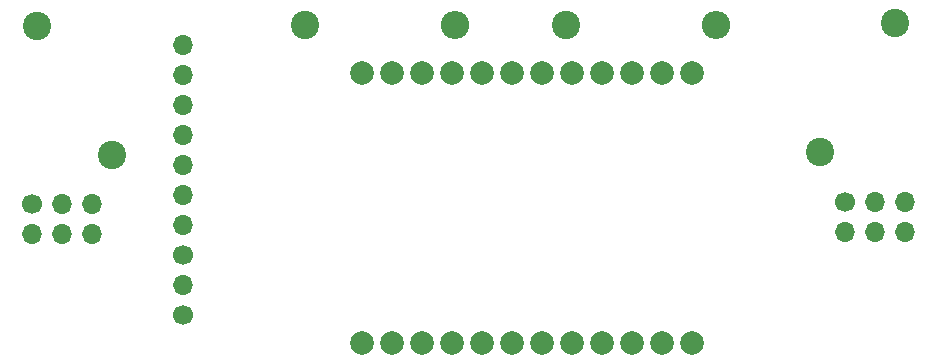
<source format=gbr>
%TF.GenerationSoftware,KiCad,Pcbnew,(7.0.0)*%
%TF.CreationDate,2023-12-04T19:22:37-08:00*%
%TF.ProjectId,Top_Board,546f705f-426f-4617-9264-2e6b69636164,0*%
%TF.SameCoordinates,Original*%
%TF.FileFunction,Soldermask,Top*%
%TF.FilePolarity,Negative*%
%FSLAX46Y46*%
G04 Gerber Fmt 4.6, Leading zero omitted, Abs format (unit mm)*
G04 Created by KiCad (PCBNEW (7.0.0)) date 2023-12-04 19:22:37*
%MOMM*%
%LPD*%
G01*
G04 APERTURE LIST*
G04 Aperture macros list*
%AMHorizOval*
0 Thick line with rounded ends*
0 $1 width*
0 $2 $3 position (X,Y) of the first rounded end (center of the circle)*
0 $4 $5 position (X,Y) of the second rounded end (center of the circle)*
0 Add line between two ends*
20,1,$1,$2,$3,$4,$5,0*
0 Add two circle primitives to create the rounded ends*
1,1,$1,$2,$3*
1,1,$1,$4,$5*%
G04 Aperture macros list end*
%ADD10C,2.000000*%
%ADD11C,2.400000*%
%ADD12HorizOval,2.400000X0.000000X0.000000X0.000000X0.000000X0*%
%ADD13C,1.700000*%
%ADD14O,1.700000X1.700000*%
%ADD15HorizOval,2.400000X0.000000X0.000000X0.000000X0.000000X0*%
%ADD16O,2.400000X2.400000*%
G04 APERTURE END LIST*
D10*
%TO.C,U1*%
X171450000Y-107950000D03*
X168910000Y-107950000D03*
X166370000Y-107950000D03*
X163830000Y-107950000D03*
X161290000Y-107950000D03*
X158750000Y-107950000D03*
X156210000Y-107950000D03*
X153670000Y-107950000D03*
X151130000Y-107950000D03*
X148590000Y-107950000D03*
X146050000Y-107950000D03*
X143510000Y-107950000D03*
X171450000Y-85088136D03*
X168910000Y-85088136D03*
X166370000Y-85088136D03*
X163830000Y-85088136D03*
X161290000Y-85088136D03*
X158750000Y-85088136D03*
X156210000Y-85088136D03*
X153670000Y-85088136D03*
X151130000Y-85088136D03*
X148590000Y-85088136D03*
X146050000Y-85088136D03*
X143510000Y-85088136D03*
%TD*%
D11*
%TO.C,R2*%
X188595000Y-80860739D03*
D12*
X182244999Y-91859261D03*
%TD*%
D13*
%TO.C,J2*%
X128342521Y-105641979D03*
D14*
X128342520Y-103101978D03*
D13*
X128342521Y-100561979D03*
D14*
X128342520Y-98021978D03*
X128342520Y-95481978D03*
X128342520Y-92941978D03*
X128342520Y-90401978D03*
X128342520Y-87861978D03*
X128342520Y-85321978D03*
X128342520Y-82781978D03*
%TD*%
D13*
%TO.C,J1*%
X115585000Y-96204000D03*
D14*
X115584999Y-98743999D03*
X118124999Y-96203999D03*
X118124999Y-98743999D03*
X120664999Y-96203999D03*
X120664999Y-98743999D03*
%TD*%
D13*
%TO.C,J4*%
X184404000Y-96012000D03*
D14*
X184403999Y-98551999D03*
X186943999Y-96011999D03*
X186943999Y-98551999D03*
X189483999Y-96011999D03*
X189483999Y-98551999D03*
%TD*%
D11*
%TO.C,R3*%
X115951000Y-81114739D03*
D15*
X122300999Y-92113261D03*
%TD*%
D11*
%TO.C,R6*%
X160782000Y-81026000D03*
D16*
X173481999Y-81025999D03*
%TD*%
D11*
%TO.C,R8*%
X138684000Y-81026000D03*
D16*
X151383999Y-81025999D03*
%TD*%
M02*

</source>
